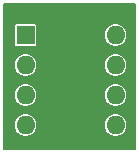
<source format=gbr>
%TF.GenerationSoftware,KiCad,Pcbnew,5.1.10*%
%TF.CreationDate,2021-08-03T19:32:28+02:00*%
%TF.ProjectId,smd-converter,736d642d-636f-46e7-9665-727465722e6b,rev?*%
%TF.SameCoordinates,Original*%
%TF.FileFunction,Copper,L2,Bot*%
%TF.FilePolarity,Positive*%
%FSLAX46Y46*%
G04 Gerber Fmt 4.6, Leading zero omitted, Abs format (unit mm)*
G04 Created by KiCad (PCBNEW 5.1.10) date 2021-08-03 19:32:28*
%MOMM*%
%LPD*%
G01*
G04 APERTURE LIST*
%TA.AperFunction,ComponentPad*%
%ADD10O,1.600000X1.600000*%
%TD*%
%TA.AperFunction,ComponentPad*%
%ADD11R,1.600000X1.600000*%
%TD*%
%TA.AperFunction,NonConductor*%
%ADD12C,0.140000*%
%TD*%
%TA.AperFunction,NonConductor*%
%ADD13C,0.100000*%
%TD*%
G04 APERTURE END LIST*
D10*
%TO.P,J1,8*%
%TO.N,Net-(J1-Pad8)*%
X61165000Y-26585000D03*
%TO.P,J1,4*%
%TO.N,Net-(J1-Pad4)*%
X53545000Y-34205000D03*
%TO.P,J1,7*%
%TO.N,Net-(J1-Pad7)*%
X61165000Y-29125000D03*
%TO.P,J1,3*%
%TO.N,Net-(J1-Pad3)*%
X53545000Y-31665000D03*
%TO.P,J1,6*%
%TO.N,Net-(J1-Pad6)*%
X61165000Y-31665000D03*
%TO.P,J1,2*%
%TO.N,Net-(J1-Pad2)*%
X53545000Y-29125000D03*
%TO.P,J1,5*%
%TO.N,Net-(J1-Pad5)*%
X61165000Y-34205000D03*
D11*
%TO.P,J1,1*%
%TO.N,Net-(J1-Pad1)*%
X53545000Y-26585000D03*
%TD*%
D12*
X62775001Y-35988944D02*
X62775000Y-35988954D01*
X62775001Y-36275000D01*
X51725000Y-36275000D01*
X51725000Y-34106509D01*
X52545000Y-34106509D01*
X52545000Y-34303491D01*
X52583429Y-34496689D01*
X52658811Y-34678678D01*
X52768249Y-34842463D01*
X52907537Y-34981751D01*
X53071322Y-35091189D01*
X53253311Y-35166571D01*
X53446509Y-35205000D01*
X53643491Y-35205000D01*
X53836689Y-35166571D01*
X54018678Y-35091189D01*
X54182463Y-34981751D01*
X54321751Y-34842463D01*
X54431189Y-34678678D01*
X54506571Y-34496689D01*
X54545000Y-34303491D01*
X54545000Y-34106509D01*
X60165000Y-34106509D01*
X60165000Y-34303491D01*
X60203429Y-34496689D01*
X60278811Y-34678678D01*
X60388249Y-34842463D01*
X60527537Y-34981751D01*
X60691322Y-35091189D01*
X60873311Y-35166571D01*
X61066509Y-35205000D01*
X61263491Y-35205000D01*
X61456689Y-35166571D01*
X61638678Y-35091189D01*
X61802463Y-34981751D01*
X61941751Y-34842463D01*
X62051189Y-34678678D01*
X62126571Y-34496689D01*
X62165000Y-34303491D01*
X62165000Y-34106509D01*
X62126571Y-33913311D01*
X62051189Y-33731322D01*
X61941751Y-33567537D01*
X61802463Y-33428249D01*
X61638678Y-33318811D01*
X61456689Y-33243429D01*
X61263491Y-33205000D01*
X61066509Y-33205000D01*
X60873311Y-33243429D01*
X60691322Y-33318811D01*
X60527537Y-33428249D01*
X60388249Y-33567537D01*
X60278811Y-33731322D01*
X60203429Y-33913311D01*
X60165000Y-34106509D01*
X54545000Y-34106509D01*
X54506571Y-33913311D01*
X54431189Y-33731322D01*
X54321751Y-33567537D01*
X54182463Y-33428249D01*
X54018678Y-33318811D01*
X53836689Y-33243429D01*
X53643491Y-33205000D01*
X53446509Y-33205000D01*
X53253311Y-33243429D01*
X53071322Y-33318811D01*
X52907537Y-33428249D01*
X52768249Y-33567537D01*
X52658811Y-33731322D01*
X52583429Y-33913311D01*
X52545000Y-34106509D01*
X51725000Y-34106509D01*
X51725000Y-31566509D01*
X52545000Y-31566509D01*
X52545000Y-31763491D01*
X52583429Y-31956689D01*
X52658811Y-32138678D01*
X52768249Y-32302463D01*
X52907537Y-32441751D01*
X53071322Y-32551189D01*
X53253311Y-32626571D01*
X53446509Y-32665000D01*
X53643491Y-32665000D01*
X53836689Y-32626571D01*
X54018678Y-32551189D01*
X54182463Y-32441751D01*
X54321751Y-32302463D01*
X54431189Y-32138678D01*
X54506571Y-31956689D01*
X54545000Y-31763491D01*
X54545000Y-31566509D01*
X60165000Y-31566509D01*
X60165000Y-31763491D01*
X60203429Y-31956689D01*
X60278811Y-32138678D01*
X60388249Y-32302463D01*
X60527537Y-32441751D01*
X60691322Y-32551189D01*
X60873311Y-32626571D01*
X61066509Y-32665000D01*
X61263491Y-32665000D01*
X61456689Y-32626571D01*
X61638678Y-32551189D01*
X61802463Y-32441751D01*
X61941751Y-32302463D01*
X62051189Y-32138678D01*
X62126571Y-31956689D01*
X62165000Y-31763491D01*
X62165000Y-31566509D01*
X62126571Y-31373311D01*
X62051189Y-31191322D01*
X61941751Y-31027537D01*
X61802463Y-30888249D01*
X61638678Y-30778811D01*
X61456689Y-30703429D01*
X61263491Y-30665000D01*
X61066509Y-30665000D01*
X60873311Y-30703429D01*
X60691322Y-30778811D01*
X60527537Y-30888249D01*
X60388249Y-31027537D01*
X60278811Y-31191322D01*
X60203429Y-31373311D01*
X60165000Y-31566509D01*
X54545000Y-31566509D01*
X54506571Y-31373311D01*
X54431189Y-31191322D01*
X54321751Y-31027537D01*
X54182463Y-30888249D01*
X54018678Y-30778811D01*
X53836689Y-30703429D01*
X53643491Y-30665000D01*
X53446509Y-30665000D01*
X53253311Y-30703429D01*
X53071322Y-30778811D01*
X52907537Y-30888249D01*
X52768249Y-31027537D01*
X52658811Y-31191322D01*
X52583429Y-31373311D01*
X52545000Y-31566509D01*
X51725000Y-31566509D01*
X51725000Y-29026509D01*
X52545000Y-29026509D01*
X52545000Y-29223491D01*
X52583429Y-29416689D01*
X52658811Y-29598678D01*
X52768249Y-29762463D01*
X52907537Y-29901751D01*
X53071322Y-30011189D01*
X53253311Y-30086571D01*
X53446509Y-30125000D01*
X53643491Y-30125000D01*
X53836689Y-30086571D01*
X54018678Y-30011189D01*
X54182463Y-29901751D01*
X54321751Y-29762463D01*
X54431189Y-29598678D01*
X54506571Y-29416689D01*
X54545000Y-29223491D01*
X54545000Y-29026509D01*
X60165000Y-29026509D01*
X60165000Y-29223491D01*
X60203429Y-29416689D01*
X60278811Y-29598678D01*
X60388249Y-29762463D01*
X60527537Y-29901751D01*
X60691322Y-30011189D01*
X60873311Y-30086571D01*
X61066509Y-30125000D01*
X61263491Y-30125000D01*
X61456689Y-30086571D01*
X61638678Y-30011189D01*
X61802463Y-29901751D01*
X61941751Y-29762463D01*
X62051189Y-29598678D01*
X62126571Y-29416689D01*
X62165000Y-29223491D01*
X62165000Y-29026509D01*
X62126571Y-28833311D01*
X62051189Y-28651322D01*
X61941751Y-28487537D01*
X61802463Y-28348249D01*
X61638678Y-28238811D01*
X61456689Y-28163429D01*
X61263491Y-28125000D01*
X61066509Y-28125000D01*
X60873311Y-28163429D01*
X60691322Y-28238811D01*
X60527537Y-28348249D01*
X60388249Y-28487537D01*
X60278811Y-28651322D01*
X60203429Y-28833311D01*
X60165000Y-29026509D01*
X54545000Y-29026509D01*
X54506571Y-28833311D01*
X54431189Y-28651322D01*
X54321751Y-28487537D01*
X54182463Y-28348249D01*
X54018678Y-28238811D01*
X53836689Y-28163429D01*
X53643491Y-28125000D01*
X53446509Y-28125000D01*
X53253311Y-28163429D01*
X53071322Y-28238811D01*
X52907537Y-28348249D01*
X52768249Y-28487537D01*
X52658811Y-28651322D01*
X52583429Y-28833311D01*
X52545000Y-29026509D01*
X51725000Y-29026509D01*
X51725000Y-25785000D01*
X52544033Y-25785000D01*
X52544033Y-27385000D01*
X52547895Y-27424207D01*
X52559331Y-27461907D01*
X52577902Y-27496651D01*
X52602895Y-27527105D01*
X52633349Y-27552098D01*
X52668093Y-27570669D01*
X52705793Y-27582105D01*
X52745000Y-27585967D01*
X54345000Y-27585967D01*
X54384207Y-27582105D01*
X54421907Y-27570669D01*
X54456651Y-27552098D01*
X54487105Y-27527105D01*
X54512098Y-27496651D01*
X54530669Y-27461907D01*
X54542105Y-27424207D01*
X54545967Y-27385000D01*
X54545967Y-26486509D01*
X60165000Y-26486509D01*
X60165000Y-26683491D01*
X60203429Y-26876689D01*
X60278811Y-27058678D01*
X60388249Y-27222463D01*
X60527537Y-27361751D01*
X60691322Y-27471189D01*
X60873311Y-27546571D01*
X61066509Y-27585000D01*
X61263491Y-27585000D01*
X61456689Y-27546571D01*
X61638678Y-27471189D01*
X61802463Y-27361751D01*
X61941751Y-27222463D01*
X62051189Y-27058678D01*
X62126571Y-26876689D01*
X62165000Y-26683491D01*
X62165000Y-26486509D01*
X62126571Y-26293311D01*
X62051189Y-26111322D01*
X61941751Y-25947537D01*
X61802463Y-25808249D01*
X61638678Y-25698811D01*
X61456689Y-25623429D01*
X61263491Y-25585000D01*
X61066509Y-25585000D01*
X60873311Y-25623429D01*
X60691322Y-25698811D01*
X60527537Y-25808249D01*
X60388249Y-25947537D01*
X60278811Y-26111322D01*
X60203429Y-26293311D01*
X60165000Y-26486509D01*
X54545967Y-26486509D01*
X54545967Y-25785000D01*
X54542105Y-25745793D01*
X54530669Y-25708093D01*
X54512098Y-25673349D01*
X54487105Y-25642895D01*
X54456651Y-25617902D01*
X54421907Y-25599331D01*
X54384207Y-25587895D01*
X54345000Y-25584033D01*
X52745000Y-25584033D01*
X52705793Y-25587895D01*
X52668093Y-25599331D01*
X52633349Y-25617902D01*
X52602895Y-25642895D01*
X52577902Y-25673349D01*
X52559331Y-25708093D01*
X52547895Y-25745793D01*
X52544033Y-25785000D01*
X51725000Y-25785000D01*
X51725000Y-23975000D01*
X62775000Y-23975000D01*
X62775001Y-35988944D01*
%TA.AperFunction,NonConductor*%
D13*
G36*
X62775001Y-35988944D02*
G01*
X62775000Y-35988954D01*
X62775001Y-36275000D01*
X51725000Y-36275000D01*
X51725000Y-34106509D01*
X52545000Y-34106509D01*
X52545000Y-34303491D01*
X52583429Y-34496689D01*
X52658811Y-34678678D01*
X52768249Y-34842463D01*
X52907537Y-34981751D01*
X53071322Y-35091189D01*
X53253311Y-35166571D01*
X53446509Y-35205000D01*
X53643491Y-35205000D01*
X53836689Y-35166571D01*
X54018678Y-35091189D01*
X54182463Y-34981751D01*
X54321751Y-34842463D01*
X54431189Y-34678678D01*
X54506571Y-34496689D01*
X54545000Y-34303491D01*
X54545000Y-34106509D01*
X60165000Y-34106509D01*
X60165000Y-34303491D01*
X60203429Y-34496689D01*
X60278811Y-34678678D01*
X60388249Y-34842463D01*
X60527537Y-34981751D01*
X60691322Y-35091189D01*
X60873311Y-35166571D01*
X61066509Y-35205000D01*
X61263491Y-35205000D01*
X61456689Y-35166571D01*
X61638678Y-35091189D01*
X61802463Y-34981751D01*
X61941751Y-34842463D01*
X62051189Y-34678678D01*
X62126571Y-34496689D01*
X62165000Y-34303491D01*
X62165000Y-34106509D01*
X62126571Y-33913311D01*
X62051189Y-33731322D01*
X61941751Y-33567537D01*
X61802463Y-33428249D01*
X61638678Y-33318811D01*
X61456689Y-33243429D01*
X61263491Y-33205000D01*
X61066509Y-33205000D01*
X60873311Y-33243429D01*
X60691322Y-33318811D01*
X60527537Y-33428249D01*
X60388249Y-33567537D01*
X60278811Y-33731322D01*
X60203429Y-33913311D01*
X60165000Y-34106509D01*
X54545000Y-34106509D01*
X54506571Y-33913311D01*
X54431189Y-33731322D01*
X54321751Y-33567537D01*
X54182463Y-33428249D01*
X54018678Y-33318811D01*
X53836689Y-33243429D01*
X53643491Y-33205000D01*
X53446509Y-33205000D01*
X53253311Y-33243429D01*
X53071322Y-33318811D01*
X52907537Y-33428249D01*
X52768249Y-33567537D01*
X52658811Y-33731322D01*
X52583429Y-33913311D01*
X52545000Y-34106509D01*
X51725000Y-34106509D01*
X51725000Y-31566509D01*
X52545000Y-31566509D01*
X52545000Y-31763491D01*
X52583429Y-31956689D01*
X52658811Y-32138678D01*
X52768249Y-32302463D01*
X52907537Y-32441751D01*
X53071322Y-32551189D01*
X53253311Y-32626571D01*
X53446509Y-32665000D01*
X53643491Y-32665000D01*
X53836689Y-32626571D01*
X54018678Y-32551189D01*
X54182463Y-32441751D01*
X54321751Y-32302463D01*
X54431189Y-32138678D01*
X54506571Y-31956689D01*
X54545000Y-31763491D01*
X54545000Y-31566509D01*
X60165000Y-31566509D01*
X60165000Y-31763491D01*
X60203429Y-31956689D01*
X60278811Y-32138678D01*
X60388249Y-32302463D01*
X60527537Y-32441751D01*
X60691322Y-32551189D01*
X60873311Y-32626571D01*
X61066509Y-32665000D01*
X61263491Y-32665000D01*
X61456689Y-32626571D01*
X61638678Y-32551189D01*
X61802463Y-32441751D01*
X61941751Y-32302463D01*
X62051189Y-32138678D01*
X62126571Y-31956689D01*
X62165000Y-31763491D01*
X62165000Y-31566509D01*
X62126571Y-31373311D01*
X62051189Y-31191322D01*
X61941751Y-31027537D01*
X61802463Y-30888249D01*
X61638678Y-30778811D01*
X61456689Y-30703429D01*
X61263491Y-30665000D01*
X61066509Y-30665000D01*
X60873311Y-30703429D01*
X60691322Y-30778811D01*
X60527537Y-30888249D01*
X60388249Y-31027537D01*
X60278811Y-31191322D01*
X60203429Y-31373311D01*
X60165000Y-31566509D01*
X54545000Y-31566509D01*
X54506571Y-31373311D01*
X54431189Y-31191322D01*
X54321751Y-31027537D01*
X54182463Y-30888249D01*
X54018678Y-30778811D01*
X53836689Y-30703429D01*
X53643491Y-30665000D01*
X53446509Y-30665000D01*
X53253311Y-30703429D01*
X53071322Y-30778811D01*
X52907537Y-30888249D01*
X52768249Y-31027537D01*
X52658811Y-31191322D01*
X52583429Y-31373311D01*
X52545000Y-31566509D01*
X51725000Y-31566509D01*
X51725000Y-29026509D01*
X52545000Y-29026509D01*
X52545000Y-29223491D01*
X52583429Y-29416689D01*
X52658811Y-29598678D01*
X52768249Y-29762463D01*
X52907537Y-29901751D01*
X53071322Y-30011189D01*
X53253311Y-30086571D01*
X53446509Y-30125000D01*
X53643491Y-30125000D01*
X53836689Y-30086571D01*
X54018678Y-30011189D01*
X54182463Y-29901751D01*
X54321751Y-29762463D01*
X54431189Y-29598678D01*
X54506571Y-29416689D01*
X54545000Y-29223491D01*
X54545000Y-29026509D01*
X60165000Y-29026509D01*
X60165000Y-29223491D01*
X60203429Y-29416689D01*
X60278811Y-29598678D01*
X60388249Y-29762463D01*
X60527537Y-29901751D01*
X60691322Y-30011189D01*
X60873311Y-30086571D01*
X61066509Y-30125000D01*
X61263491Y-30125000D01*
X61456689Y-30086571D01*
X61638678Y-30011189D01*
X61802463Y-29901751D01*
X61941751Y-29762463D01*
X62051189Y-29598678D01*
X62126571Y-29416689D01*
X62165000Y-29223491D01*
X62165000Y-29026509D01*
X62126571Y-28833311D01*
X62051189Y-28651322D01*
X61941751Y-28487537D01*
X61802463Y-28348249D01*
X61638678Y-28238811D01*
X61456689Y-28163429D01*
X61263491Y-28125000D01*
X61066509Y-28125000D01*
X60873311Y-28163429D01*
X60691322Y-28238811D01*
X60527537Y-28348249D01*
X60388249Y-28487537D01*
X60278811Y-28651322D01*
X60203429Y-28833311D01*
X60165000Y-29026509D01*
X54545000Y-29026509D01*
X54506571Y-28833311D01*
X54431189Y-28651322D01*
X54321751Y-28487537D01*
X54182463Y-28348249D01*
X54018678Y-28238811D01*
X53836689Y-28163429D01*
X53643491Y-28125000D01*
X53446509Y-28125000D01*
X53253311Y-28163429D01*
X53071322Y-28238811D01*
X52907537Y-28348249D01*
X52768249Y-28487537D01*
X52658811Y-28651322D01*
X52583429Y-28833311D01*
X52545000Y-29026509D01*
X51725000Y-29026509D01*
X51725000Y-25785000D01*
X52544033Y-25785000D01*
X52544033Y-27385000D01*
X52547895Y-27424207D01*
X52559331Y-27461907D01*
X52577902Y-27496651D01*
X52602895Y-27527105D01*
X52633349Y-27552098D01*
X52668093Y-27570669D01*
X52705793Y-27582105D01*
X52745000Y-27585967D01*
X54345000Y-27585967D01*
X54384207Y-27582105D01*
X54421907Y-27570669D01*
X54456651Y-27552098D01*
X54487105Y-27527105D01*
X54512098Y-27496651D01*
X54530669Y-27461907D01*
X54542105Y-27424207D01*
X54545967Y-27385000D01*
X54545967Y-26486509D01*
X60165000Y-26486509D01*
X60165000Y-26683491D01*
X60203429Y-26876689D01*
X60278811Y-27058678D01*
X60388249Y-27222463D01*
X60527537Y-27361751D01*
X60691322Y-27471189D01*
X60873311Y-27546571D01*
X61066509Y-27585000D01*
X61263491Y-27585000D01*
X61456689Y-27546571D01*
X61638678Y-27471189D01*
X61802463Y-27361751D01*
X61941751Y-27222463D01*
X62051189Y-27058678D01*
X62126571Y-26876689D01*
X62165000Y-26683491D01*
X62165000Y-26486509D01*
X62126571Y-26293311D01*
X62051189Y-26111322D01*
X61941751Y-25947537D01*
X61802463Y-25808249D01*
X61638678Y-25698811D01*
X61456689Y-25623429D01*
X61263491Y-25585000D01*
X61066509Y-25585000D01*
X60873311Y-25623429D01*
X60691322Y-25698811D01*
X60527537Y-25808249D01*
X60388249Y-25947537D01*
X60278811Y-26111322D01*
X60203429Y-26293311D01*
X60165000Y-26486509D01*
X54545967Y-26486509D01*
X54545967Y-25785000D01*
X54542105Y-25745793D01*
X54530669Y-25708093D01*
X54512098Y-25673349D01*
X54487105Y-25642895D01*
X54456651Y-25617902D01*
X54421907Y-25599331D01*
X54384207Y-25587895D01*
X54345000Y-25584033D01*
X52745000Y-25584033D01*
X52705793Y-25587895D01*
X52668093Y-25599331D01*
X52633349Y-25617902D01*
X52602895Y-25642895D01*
X52577902Y-25673349D01*
X52559331Y-25708093D01*
X52547895Y-25745793D01*
X52544033Y-25785000D01*
X51725000Y-25785000D01*
X51725000Y-23975000D01*
X62775000Y-23975000D01*
X62775001Y-35988944D01*
G37*
%TD.AperFunction*%
M02*

</source>
